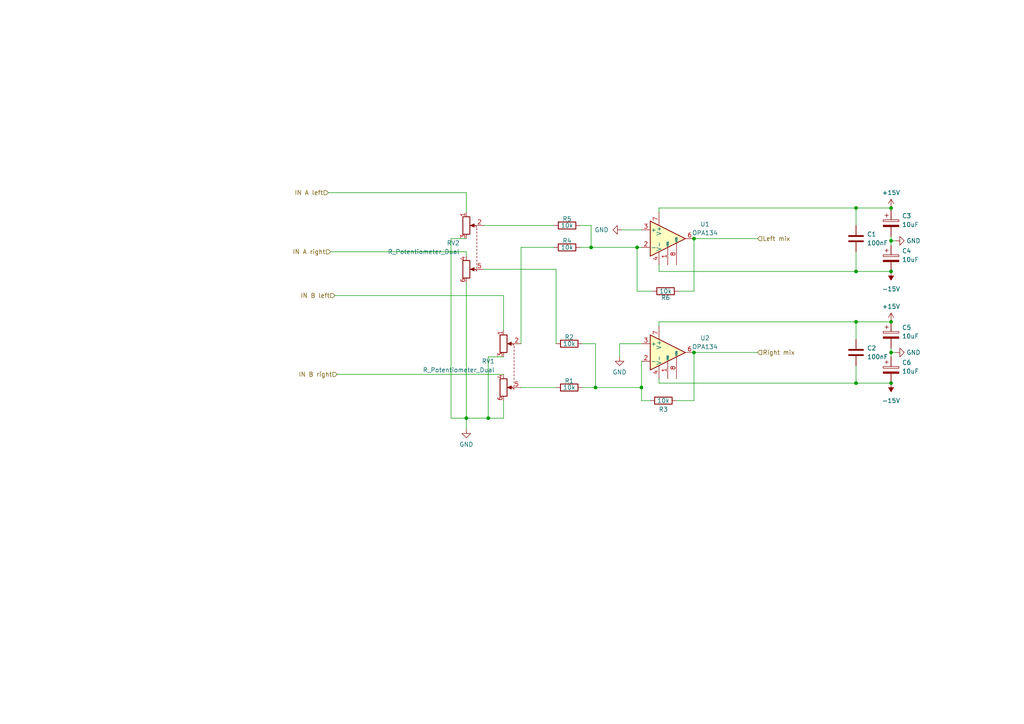
<source format=kicad_sch>
(kicad_sch (version 20230121) (generator eeschema)
  (paper "A4")
  (lib_symbols
    (symbol "Amplifier_Operational:OPA134" (pin_names (offset 0.127))
      (property "Reference" "U" (at 1.27 6.35 0))
      (property "Value" "OPA134" (at 1.27 3.81 0))
      (symbol "OPA134_0_1"
        (polyline (pts (xy -5.08 5.08) (xy 5.08 0) (xy -5.08 -5.08) (xy -5.08 5.08)) (stroke (width 0.254)) (fill (type background)))
      )
      (symbol "OPA134_1_1"
        (pin input line (at 0 -7.62 90) (length 5.08) (name "VOS") (number "1"))
        (pin input line (at -7.62 -2.54 0) (length 2.54) (name "-") (number "2"))
        (pin input line (at -7.62 2.54 0) (length 2.54) (name "+") (number "3"))
        (pin power_in line (at -2.54 -7.62 90) (length 3.81) (name "V-") (number "4"))
        (pin no_connect line (at 0 2.54 270) (length 2.54) hide (name "NC") (number "5"))
        (pin output line (at 7.62 0 180) (length 2.54) (name "~") (number "6"))
        (pin power_in line (at -2.54 7.62 270) (length 3.81) (name "V+") (number "7"))
        (pin input line (at 2.54 -7.62 90) (length 6.35) (name "VOS") (number "8"))
      )
    )
    (symbol "Device:C" (pin_numbers hide) (pin_names (offset 0.254))
      (property "Reference" "C" (at 0.635 2.54 0))
      (property "Value" "C" (at 0.635 -2.54 0))
      (symbol "C_0_1"
        (polyline (pts (xy -2.032 -0.762) (xy 2.032 -0.762)) (stroke (width 0.508)))
        (polyline (pts (xy -2.032 0.762) (xy 2.032 0.762)) (stroke (width 0.508)))
      )
      (symbol "C_1_1"
        (pin passive line (at 0 3.81 270) (length 2.794) (name "~") (number "1"))
        (pin passive line (at 0 -3.81 90) (length 2.794) (name "~") (number "2"))
      )
    )
    (symbol "Device:C_Polarized" (pin_numbers hide) (pin_names (offset 0.254))
      (property "Reference" "C" (at 0.635 2.54 0))
      (property "Value" "C_Polarized" (at 0.635 -2.54 0))
      (symbol "C_Polarized_0_1"
        (rectangle (start -2.286 0.508) (end 2.286 1.016))
        (polyline (pts (xy -1.778 2.286) (xy -0.762 2.286)))
        (polyline (pts (xy -1.27 2.794) (xy -1.27 1.778)))
        (rectangle (start 2.286 -0.508) (end -2.286 -1.016) (fill (type outline)))
      )
      (symbol "C_Polarized_1_1"
        (pin passive line (at 0 3.81 270) (length 2.794) (name "~") (number "1"))
        (pin passive line (at 0 -3.81 90) (length 2.794) (name "~") (number "2"))
      )
    )
    (symbol "Device:R" (pin_numbers hide) (pin_names (offset 0))
      (property "Reference" "R" (at 2.032 0 90))
      (property "Value" "R" (at 0 0 90))
      (symbol "R_0_1"
        (rectangle (start -1.016 -2.54) (end 1.016 2.54) (stroke (width 0.254)))
      )
      (symbol "R_1_1"
        (pin passive line (at 0 3.81 270) (length 1.27) (name "~") (number "1"))
        (pin passive line (at 0 -3.81 90) (length 1.27) (name "~") (number "2"))
      )
    )
    (symbol "Device:R_Potentiometer_Dual" (pin_names (offset 1.016) hide)
      (property "Reference" "RV" (at 0 3.81 0))
      (property "Value" "R_Potentiometer_Dual" (at 0 1.905 0))
      (symbol "R_Potentiometer_Dual_0_1"
        (rectangle (start -8.89 -1.524) (end -3.81 -3.556) (stroke (width 0.254)))
        (polyline (pts (xy -6.35 0) (xy -6.35 -1.016)))
        (polyline (pts (xy -6.35 0) (xy -6.35 -1.016)))
        (polyline (pts (xy -6.35 0) (xy -5.842 0.508)))
        (polyline (pts (xy -5.588 0.508) (xy -5.08 0.508)))
        (polyline (pts (xy -4.572 0.508) (xy -4.064 0.508)))
        (polyline (pts (xy -3.556 0.508) (xy -3.048 0.508)))
        (polyline (pts (xy -2.54 0.508) (xy -2.032 0.508)))
        (polyline (pts (xy -1.524 0.508) (xy -1.016 0.508)))
        (polyline (pts (xy -0.508 0.508) (xy 0 0.508)))
        (polyline (pts (xy 0.508 0.508) (xy 1.016 0.508)))
        (polyline (pts (xy 1.524 0.508) (xy 2.032 0.508)))
        (polyline (pts (xy 2.54 0.508) (xy 3.048 0.508)))
        (polyline (pts (xy 3.556 0.508) (xy 4.064 0.508)))
        (polyline (pts (xy 4.572 0.508) (xy 5.08 0.508)))
        (polyline (pts (xy 5.588 0.508) (xy 6.096 0.508)))
        (polyline (pts (xy 6.35 0) (xy 6.35 -1.016)))
        (polyline (pts (xy 6.35 0) (xy 6.35 -1.016)))
        (polyline (pts (xy 6.604 0.508) (xy 6.858 0.508) (xy 6.35 0)))
        (polyline (pts (xy -6.35 -1.397) (xy -6.858 -0.254) (xy -5.842 -0.254) (xy -6.35 -1.397)) (fill (type outline)))
        (polyline (pts (xy 6.35 -1.397) (xy 5.842 -0.254) (xy 6.858 -0.254) (xy 6.35 -1.397)) (fill (type outline)))
        (rectangle (start 3.81 -1.524) (end 8.89 -3.556) (stroke (width 0.254)))
      )
      (symbol "R_Potentiometer_Dual_1_1"
        (pin passive line (at -10.16 -2.54 0) (length 1.27) (name "1") (number "1"))
        (pin passive line (at -6.35 2.54 270) (length 2.54) (name "2") (number "2"))
        (pin passive line (at -2.54 -2.54 180) (length 1.27) (name "3") (number "3"))
        (pin passive line (at 2.54 -2.54 0) (length 1.27) (name "4") (number "4"))
        (pin passive line (at 6.35 2.54 270) (length 2.54) (name "5") (number "5"))
        (pin passive line (at 10.16 -2.54 180) (length 1.27) (name "6") (number "6"))
      )
    )
    (symbol "power:+15V" (power) (pin_names (offset 0))
      (property "Value" "+15V" (at 0 3.556 0))
      (symbol "+15V_0_1"
        (polyline (pts (xy -0.762 1.27) (xy 0 2.54)))
        (polyline (pts (xy 0 0) (xy 0 2.54)))
        (polyline (pts (xy 0 2.54) (xy 0.762 1.27)))
      )
      (symbol "+15V_1_1"
        (pin power_in line (at 0 0 90) (length 0) hide (name "+15V") (number "1"))
      )
    )
    (symbol "power:-15V" (power) (pin_names (offset 0))
      (property "Value" "-15V" (at 0 3.81 0))
      (symbol "-15V_0_0"
        (pin power_in line (at 0 0 90) (length 0) hide (name "-15V") (number "1"))
      )
      (symbol "-15V_0_1"
        (polyline (pts (xy 0 0) (xy 0 1.27) (xy 0.762 1.27) (xy 0 2.54) (xy -0.762 1.27) (xy 0 1.27)) (fill (type outline)))
      )
    )
    (symbol "power:GND" (power) (pin_names (offset 0))
      (property "Value" "GND" (at 0 -3.81 0))
      (symbol "GND_0_1"
        (polyline (pts (xy 0 0) (xy 0 -1.27) (xy 1.27 -1.27) (xy 0 -2.54) (xy -1.27 -1.27) (xy 0 -1.27)))
      )
      (symbol "GND_1_1"
        (pin power_in line (at 0 0 270) (length 0) hide (name "GND") (number "1"))
      )
    )
  )
  (junction (at 258.445 69.85))
  (junction (at 248.285 93.345))
  (junction (at 184.785 71.755))
  (junction (at 186.055 112.395))
  (junction (at 258.445 60.325))
  (junction (at 258.445 102.235))
  (junction (at 172.72 112.395))
  (junction (at 171.45 71.755))
  (junction (at 201.295 69.215))
  (junction (at 201.295 102.235))
  (junction (at 258.445 93.345))
  (junction (at 248.285 78.74))
  (junction (at 248.285 111.125))
  (junction (at 135.255 121.285))
  (junction (at 258.445 111.125))
  (junction (at 258.445 78.74))
  (junction (at 141.605 121.285))
  (junction (at 248.285 60.325))
  (wire (pts (xy 151.13 99.695) (xy 151.13 71.755)))
  (wire (pts (xy 191.135 61.595) (xy 191.135 60.325)))
  (wire (pts (xy 248.285 60.325) (xy 248.285 65.405)))
  (wire (pts (xy 258.445 78.74) (xy 248.285 78.74)))
  (wire (pts (xy 95.25 55.88) (xy 135.255 55.88)))
  (wire (pts (xy 248.285 73.025) (xy 248.285 78.74)))
  (wire (pts (xy 186.055 99.695) (xy 179.705 99.695)))
  (wire (pts (xy 248.285 93.345) (xy 248.285 98.425)))
  (wire (pts (xy 130.81 69.215) (xy 130.81 121.285)))
  (wire (pts (xy 141.605 121.285) (xy 135.255 121.285)))
  (wire (pts (xy 161.29 78.105) (xy 140.335 78.105)))
  (wire (pts (xy 168.91 99.695) (xy 172.72 99.695)))
  (wire (pts (xy 248.285 111.125) (xy 248.285 106.045)))
  (wire (pts (xy 141.605 103.505) (xy 141.605 121.285)))
  (wire (pts (xy 135.255 73.025) (xy 95.885 73.025)))
  (wire (pts (xy 258.445 60.325) (xy 248.285 60.325)))
  (wire (pts (xy 172.72 112.395) (xy 168.91 112.395)))
  (wire (pts (xy 171.45 65.405) (xy 171.45 71.755)))
  (wire (pts (xy 258.445 111.125) (xy 248.285 111.125)))
  (wire (pts (xy 191.135 111.125) (xy 248.285 111.125)))
  (wire (pts (xy 135.255 73.025) (xy 135.255 74.295)))
  (wire (pts (xy 189.23 84.455) (xy 184.785 84.455)))
  (wire (pts (xy 258.445 68.58) (xy 258.445 69.85)))
  (wire (pts (xy 258.445 69.85) (xy 259.715 69.85)))
  (wire (pts (xy 201.295 116.205) (xy 196.215 116.205)))
  (wire (pts (xy 130.81 121.285) (xy 135.255 121.285)))
  (wire (pts (xy 258.445 100.965) (xy 258.445 102.235)))
  (wire (pts (xy 172.72 99.695) (xy 172.72 112.395)))
  (wire (pts (xy 258.445 102.235) (xy 258.445 103.505)))
  (wire (pts (xy 172.72 112.395) (xy 186.055 112.395)))
  (wire (pts (xy 135.255 124.46) (xy 135.255 121.285)))
  (wire (pts (xy 151.13 112.395) (xy 161.29 112.395)))
  (wire (pts (xy 146.05 103.505) (xy 141.605 103.505)))
  (wire (pts (xy 168.275 65.405) (xy 171.45 65.405)))
  (wire (pts (xy 161.29 99.695) (xy 161.29 78.105)))
  (wire (pts (xy 201.295 84.455) (xy 196.85 84.455)))
  (wire (pts (xy 146.05 121.285) (xy 141.605 121.285)))
  (wire (pts (xy 135.255 55.88) (xy 135.255 61.595)))
  (wire (pts (xy 191.135 60.325) (xy 248.285 60.325)))
  (wire (pts (xy 186.055 116.205) (xy 186.055 112.395)))
  (wire (pts (xy 171.45 71.755) (xy 184.785 71.755)))
  (wire (pts (xy 135.255 121.285) (xy 135.255 81.915)))
  (wire (pts (xy 97.79 108.585) (xy 146.05 108.585)))
  (wire (pts (xy 219.71 102.235) (xy 201.295 102.235)))
  (wire (pts (xy 201.295 102.235) (xy 201.295 116.205)))
  (wire (pts (xy 258.445 60.96) (xy 258.445 60.325)))
  (wire (pts (xy 191.135 93.345) (xy 248.285 93.345)))
  (wire (pts (xy 179.705 99.695) (xy 179.705 103.505)))
  (wire (pts (xy 258.445 69.85) (xy 258.445 71.12)))
  (wire (pts (xy 201.295 69.215) (xy 201.295 84.455)))
  (wire (pts (xy 186.055 112.395) (xy 186.055 104.775)))
  (wire (pts (xy 146.05 85.725) (xy 146.05 95.885)))
  (wire (pts (xy 191.135 76.835) (xy 191.135 78.74)))
  (wire (pts (xy 184.785 84.455) (xy 184.785 71.755)))
  (wire (pts (xy 151.13 71.755) (xy 160.655 71.755)))
  (wire (pts (xy 135.255 69.215) (xy 130.81 69.215)))
  (wire (pts (xy 188.595 116.205) (xy 186.055 116.205)))
  (wire (pts (xy 258.445 102.235) (xy 259.715 102.235)))
  (wire (pts (xy 201.295 69.215) (xy 219.71 69.215)))
  (wire (pts (xy 146.05 116.205) (xy 146.05 121.285)))
  (wire (pts (xy 184.785 71.755) (xy 186.055 71.755)))
  (wire (pts (xy 191.135 94.615) (xy 191.135 93.345)))
  (wire (pts (xy 191.135 78.74) (xy 248.285 78.74)))
  (wire (pts (xy 258.445 93.345) (xy 248.285 93.345)))
  (wire (pts (xy 140.335 65.405) (xy 160.655 65.405)))
  (wire (pts (xy 191.135 109.855) (xy 191.135 111.125)))
  (wire (pts (xy 180.34 66.675) (xy 186.055 66.675)))
  (wire (pts (xy 171.45 71.755) (xy 168.275 71.755)))
  (wire (pts (xy 97.155 85.725) (xy 146.05 85.725)))
  (hierarchical_label "IN B left" (shape input) (at 97.155 85.725 180))
  (hierarchical_label "IN A right" (shape input) (at 95.885 73.025 180))
  (hierarchical_label "Left mix" (shape input) (at 219.71 69.215 0))
  (hierarchical_label "IN A left" (shape input) (at 95.25 55.88 180))
  (hierarchical_label "IN B right" (shape input) (at 97.79 108.585 180))
  (hierarchical_label "Right mix" (shape input) (at 219.71 102.235 0))
  (symbol (lib_id "Device:R") (at 192.405 116.205 90) (unit 1)
    (property "Reference" "R3" (at 192.405 118.745 90))
    (property "Value" "10k" (at 192.405 116.205 90))
  )
  (symbol (lib_id "Device:C") (at 248.285 69.215 0) (unit 1)
    (property "Reference" "C1" (at 251.46 67.945 0) (effects (justify left)))
    (property "Value" "100nF" (at 251.46 70.485 0) (effects (justify left)))
  )
  (symbol (lib_id "Device:C_Polarized") (at 258.445 64.77 0) (unit 1)
    (property "Reference" "C3" (at 261.62 62.611 0) (effects (justify left)))
    (property "Value" "10uF" (at 261.62 65.151 0) (effects (justify left)))
  )
  (symbol (lib_id "Device:R") (at 193.04 84.455 90) (unit 1)
    (property "Reference" "R6" (at 193.04 86.36 90))
    (property "Value" "10k" (at 193.04 84.455 90))
  )
  (symbol (lib_id "Device:R") (at 164.465 65.405 90) (unit 1)
    (property "Reference" "R5" (at 164.465 63.5 90))
    (property "Value" "10k" (at 164.465 65.405 90))
  )
  (symbol (lib_id "power:-15V") (at 258.445 111.125 180) (unit 1)
    (property "Reference" "#PWR018" (effects hide))
    (property "Value" "-15V" (at 258.445 116.205 0))
  )
  (symbol (lib_id "Device:R_Potentiometer_Dual") (at 137.795 71.755 270) (unit 1)
    (property "Reference" "RV2" (at 133.35 70.485 90) (effects (justify right)))
    (property "Value" "R_Potentiometer_Dual" (at 133.35 73.025 90) (effects (justify right)))
  )
  (symbol (lib_id "Amplifier_Operational:OPA134") (at 193.675 69.215 0) (unit 1)
    (property "Reference" "U1" (at 204.47 65.0241 0))
    (property "Value" "OPA134" (at 204.47 67.5641 0))
    (property "Datasheet" "http://www.ti.com/lit/ds/symlink/opa134.pdf" (effects hide))
  )
  (symbol (lib_id "Amplifier_Operational:OPA134") (at 193.675 102.235 0) (unit 1)
    (property "Reference" "U2" (at 204.47 98.0441 0))
    (property "Value" "OPA134" (at 204.47 100.5841 0))
    (property "Datasheet" "http://www.ti.com/lit/ds/symlink/opa134.pdf" (effects hide))
  )
  (symbol (lib_id "Device:C_Polarized") (at 258.445 107.315 0) (unit 1)
    (property "Reference" "C6" (at 261.62 105.156 0) (effects (justify left)))
    (property "Value" "10uF" (at 261.62 107.696 0) (effects (justify left)))
  )
  (symbol (lib_id "power:-15V") (at 258.445 78.74 180) (unit 1)
    (property "Reference" "#PWR04" (effects hide))
    (property "Value" "-15V" (at 258.445 83.82 0))
  )
  (symbol (lib_id "Device:C_Polarized") (at 258.445 74.93 0) (unit 1)
    (property "Reference" "C4" (at 261.62 72.771 0) (effects (justify left)))
    (property "Value" "10uF" (at 261.62 75.311 0) (effects (justify left)))
  )
  (symbol (lib_id "Device:R") (at 165.1 112.395 90) (unit 1)
    (property "Reference" "R1" (at 165.1 110.49 90))
    (property "Value" "10k" (at 165.1 112.395 90))
  )
  (symbol (lib_id "Device:R") (at 165.1 99.695 90) (unit 1)
    (property "Reference" "R2" (at 165.1 97.79 90))
    (property "Value" "10k" (at 165.1 99.695 90))
  )
  (symbol (lib_id "Device:C_Polarized") (at 258.445 97.155 0) (unit 1)
    (property "Reference" "C5" (at 261.62 94.996 0) (effects (justify left)))
    (property "Value" "10uF" (at 261.62 97.536 0) (effects (justify left)))
  )
  (symbol (lib_id "power:GND") (at 180.34 66.675 270) (unit 1)
    (property "Reference" "#PWR07" (effects hide))
    (property "Value" "GND" (at 176.53 66.675 90) (effects (justify right)))
  )
  (symbol (lib_id "power:GND") (at 179.705 103.505 0) (unit 1)
    (property "Reference" "#PWR02" (effects hide))
    (property "Value" "GND" (at 179.705 107.95 0))
  )
  (symbol (lib_id "power:GND") (at 259.715 102.235 90) (unit 1)
    (property "Reference" "#PWR019" (effects hide))
    (property "Value" "GND" (at 262.89 102.235 90) (effects (justify right)))
  )
  (symbol (lib_id "power:+15V") (at 258.445 60.325 0) (unit 1)
    (property "Reference" "#PWR05" (effects hide))
    (property "Value" "+15V" (at 258.445 55.88 0))
  )
  (symbol (lib_id "Device:C") (at 248.285 102.235 0) (unit 1)
    (property "Reference" "C2" (at 251.46 100.965 0) (effects (justify left)))
    (property "Value" "100nF" (at 251.46 103.505 0) (effects (justify left)))
  )
  (symbol (lib_id "Device:R_Potentiometer_Dual") (at 148.59 106.045 270) (unit 1)
    (property "Reference" "RV1" (at 143.51 104.775 90) (effects (justify right)))
    (property "Value" "R_Potentiometer_Dual" (at 143.51 107.315 90) (effects (justify right)))
  )
  (symbol (lib_id "power:GND") (at 259.715 69.85 90) (unit 1)
    (property "Reference" "#PWR03" (effects hide))
    (property "Value" "GND" (at 262.89 69.85 90) (effects (justify right)))
  )
  (symbol (lib_id "Device:R") (at 164.465 71.755 90) (unit 1)
    (property "Reference" "R4" (at 164.465 69.85 90))
    (property "Value" "10k" (at 164.465 71.755 90))
  )
  (symbol (lib_id "power:+15V") (at 258.445 93.345 0) (unit 1)
    (property "Reference" "#PWR06" (effects hide))
    (property "Value" "+15V" (at 258.445 88.9 0))
  )
  (symbol (lib_id "power:GND") (at 135.255 124.46 0) (unit 1)
    (property "Reference" "#PWR01" (effects hide))
    (property "Value" "GND" (at 135.255 128.905 0))
  )
)
</source>
